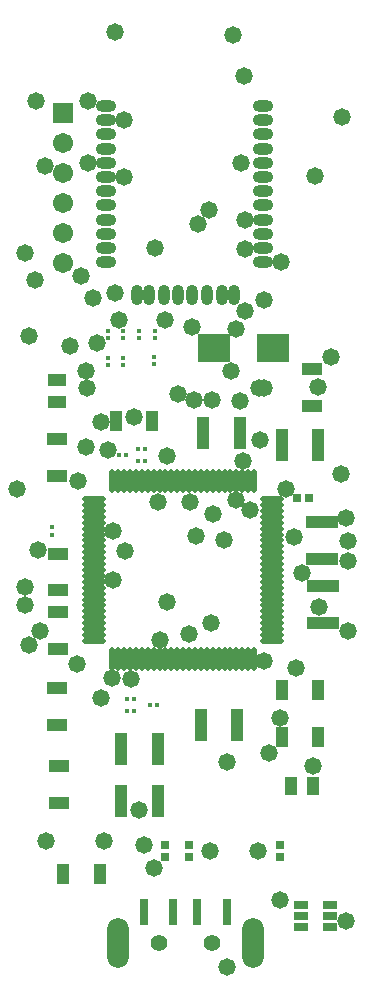
<source format=gts>
G04 Layer_Color=8388736*
%FSLAX24Y24*%
%MOIN*%
G70*
G01*
G75*
%ADD52R,0.0434X0.1064*%
%ADD53R,0.0316X0.0277*%
%ADD54R,0.0434X0.0710*%
%ADD55R,0.0513X0.0316*%
%ADD56R,0.0177X0.0177*%
%ADD57R,0.1064X0.0434*%
%ADD58R,0.0710X0.0434*%
%ADD59R,0.0177X0.0177*%
%ADD60R,0.0592X0.0434*%
%ADD61R,0.0277X0.0907*%
%ADD62O,0.0671X0.0395*%
%ADD63O,0.0395X0.0671*%
%ADD64R,0.1104X0.0946*%
%ADD65O,0.0198X0.0789*%
%ADD66O,0.0789X0.0198*%
%ADD67R,0.0434X0.0592*%
%ADD68C,0.0671*%
%ADD69R,0.0671X0.0671*%
%ADD70C,0.0552*%
%ADD71O,0.0730X0.1655*%
%ADD72C,0.0580*%
D52*
X40305Y37756D02*
D03*
X39085D02*
D03*
X42933Y37333D02*
D03*
X41713D02*
D03*
X37589Y25482D02*
D03*
X36368D02*
D03*
X37589Y27215D02*
D03*
X36368D02*
D03*
X39016Y28012D02*
D03*
X40236D02*
D03*
D53*
X42618Y35591D02*
D03*
X42224D02*
D03*
X37825Y23996D02*
D03*
Y23602D02*
D03*
X38622Y23996D02*
D03*
Y23602D02*
D03*
X41663Y23602D02*
D03*
Y23996D02*
D03*
D54*
X42933Y29173D02*
D03*
X41713D02*
D03*
X34419Y23041D02*
D03*
X35640D02*
D03*
X36171Y38130D02*
D03*
X37392D02*
D03*
X41713Y27598D02*
D03*
X42933D02*
D03*
D55*
X43327Y21270D02*
D03*
Y21644D02*
D03*
Y22018D02*
D03*
X42343D02*
D03*
Y21644D02*
D03*
Y21270D02*
D03*
D56*
X34055Y34360D02*
D03*
Y34596D02*
D03*
X35935Y40906D02*
D03*
Y41142D02*
D03*
X37470Y40915D02*
D03*
Y41152D02*
D03*
X35935Y40010D02*
D03*
Y40246D02*
D03*
X36427Y40010D02*
D03*
Y40246D02*
D03*
X37461Y40030D02*
D03*
Y40266D02*
D03*
X36427Y40906D02*
D03*
Y41142D02*
D03*
X36939Y40915D02*
D03*
Y41152D02*
D03*
D57*
X43071Y32638D02*
D03*
Y31417D02*
D03*
X43051Y34764D02*
D03*
Y33543D02*
D03*
D58*
X34252Y32500D02*
D03*
Y33720D02*
D03*
Y30561D02*
D03*
Y31781D02*
D03*
X34232Y29242D02*
D03*
Y28022D02*
D03*
X34281Y25423D02*
D03*
Y26644D02*
D03*
X34203Y36319D02*
D03*
Y37539D02*
D03*
X42736Y38652D02*
D03*
Y39872D02*
D03*
D59*
X36299Y37008D02*
D03*
X36535D02*
D03*
X36919Y36811D02*
D03*
X37156D02*
D03*
X37165Y37215D02*
D03*
X36929D02*
D03*
X36545Y28465D02*
D03*
X36781D02*
D03*
Y28868D02*
D03*
X36545D02*
D03*
X37303Y28671D02*
D03*
X37539D02*
D03*
D60*
X34213Y38780D02*
D03*
Y39528D02*
D03*
D61*
X39872Y21781D02*
D03*
X38888D02*
D03*
X38100D02*
D03*
X37116D02*
D03*
D62*
X35856Y48642D02*
D03*
Y48169D02*
D03*
Y47697D02*
D03*
Y47224D02*
D03*
Y46752D02*
D03*
Y46280D02*
D03*
Y45807D02*
D03*
Y45335D02*
D03*
Y44862D02*
D03*
Y44390D02*
D03*
Y43917D02*
D03*
Y43445D02*
D03*
X41093D02*
D03*
Y43917D02*
D03*
Y44390D02*
D03*
Y44862D02*
D03*
Y45335D02*
D03*
Y45807D02*
D03*
Y46280D02*
D03*
Y46752D02*
D03*
Y47224D02*
D03*
Y47697D02*
D03*
Y48169D02*
D03*
Y48642D02*
D03*
D63*
X39715Y42343D02*
D03*
X37274D02*
D03*
X39203D02*
D03*
X40108D02*
D03*
X38258D02*
D03*
X38730D02*
D03*
X36880D02*
D03*
X37785D02*
D03*
D64*
X39459Y40581D02*
D03*
X41427D02*
D03*
D65*
X36063Y36152D02*
D03*
X36260D02*
D03*
X36457D02*
D03*
X36654D02*
D03*
X36850D02*
D03*
X37047D02*
D03*
X37244D02*
D03*
X37441D02*
D03*
X37638D02*
D03*
X37835D02*
D03*
X38031D02*
D03*
X38228D02*
D03*
X38425D02*
D03*
X38622D02*
D03*
X38819D02*
D03*
X39016D02*
D03*
X39213D02*
D03*
X39409D02*
D03*
X39606D02*
D03*
X39803D02*
D03*
X40000D02*
D03*
X40197D02*
D03*
X40394D02*
D03*
X40591D02*
D03*
X40787D02*
D03*
Y30207D02*
D03*
X40591D02*
D03*
X40394D02*
D03*
X40197D02*
D03*
X40000D02*
D03*
X39803D02*
D03*
X39606D02*
D03*
X39409D02*
D03*
X39213D02*
D03*
X39016D02*
D03*
X38819D02*
D03*
X38622D02*
D03*
X38425D02*
D03*
X38228D02*
D03*
X38031D02*
D03*
X37835D02*
D03*
X37638D02*
D03*
X37441D02*
D03*
X37244D02*
D03*
X37047D02*
D03*
X36850D02*
D03*
X36654D02*
D03*
X36457D02*
D03*
X36260D02*
D03*
X36063D02*
D03*
D66*
X41398Y35541D02*
D03*
Y35344D02*
D03*
Y35148D02*
D03*
Y34951D02*
D03*
Y34754D02*
D03*
Y34557D02*
D03*
Y34360D02*
D03*
Y34163D02*
D03*
Y33967D02*
D03*
Y33770D02*
D03*
Y33573D02*
D03*
Y33376D02*
D03*
Y33179D02*
D03*
Y32982D02*
D03*
Y32785D02*
D03*
Y32589D02*
D03*
Y32392D02*
D03*
Y32195D02*
D03*
Y31998D02*
D03*
Y31801D02*
D03*
Y31604D02*
D03*
Y31407D02*
D03*
Y31211D02*
D03*
Y31014D02*
D03*
Y30817D02*
D03*
X35453D02*
D03*
Y31014D02*
D03*
Y31211D02*
D03*
Y31407D02*
D03*
Y31604D02*
D03*
Y31801D02*
D03*
Y31998D02*
D03*
Y32195D02*
D03*
Y32392D02*
D03*
Y32589D02*
D03*
Y32785D02*
D03*
Y32982D02*
D03*
Y33179D02*
D03*
Y33376D02*
D03*
Y33573D02*
D03*
Y33770D02*
D03*
Y33967D02*
D03*
Y34163D02*
D03*
Y34360D02*
D03*
Y34557D02*
D03*
Y34754D02*
D03*
Y34951D02*
D03*
Y35148D02*
D03*
Y35344D02*
D03*
Y35541D02*
D03*
D67*
X42008Y25984D02*
D03*
X42756D02*
D03*
D68*
X34419Y43415D02*
D03*
Y44415D02*
D03*
Y45415D02*
D03*
Y46415D02*
D03*
Y47415D02*
D03*
D69*
Y48415D02*
D03*
D70*
X39380Y20758D02*
D03*
X37608D02*
D03*
D71*
X40738D02*
D03*
X36250D02*
D03*
D72*
X43840Y21480D02*
D03*
X34870Y30060D02*
D03*
X36063Y29563D02*
D03*
X42830Y46310D02*
D03*
X35260Y48800D02*
D03*
X34929Y36147D02*
D03*
X43360Y40280D02*
D03*
X43700Y36380D02*
D03*
X43844Y34924D02*
D03*
X33860Y24130D02*
D03*
X41660Y28230D02*
D03*
X33580Y33840D02*
D03*
X37440Y23240D02*
D03*
X43930Y34160D02*
D03*
X35930Y37190D02*
D03*
X35230Y39250D02*
D03*
X40420Y36800D02*
D03*
X40200Y35510D02*
D03*
X43930Y33490D02*
D03*
X38720Y41290D02*
D03*
X38240Y39040D02*
D03*
X40090Y51020D02*
D03*
X32900Y35870D02*
D03*
X37640Y30850D02*
D03*
X33270Y30690D02*
D03*
X33480Y42860D02*
D03*
X35260Y46752D02*
D03*
X36161Y42410D02*
D03*
X41690Y43440D02*
D03*
X40348Y46752D02*
D03*
X33523Y48810D02*
D03*
X33270Y40970D02*
D03*
X41130Y42171D02*
D03*
X37600Y35450D02*
D03*
X42910Y39280D02*
D03*
X37483Y43917D02*
D03*
X35550Y40760D02*
D03*
X33640Y31140D02*
D03*
X33150Y32000D02*
D03*
X36150Y51100D02*
D03*
X37130Y24000D02*
D03*
X41666Y22178D02*
D03*
X39872Y19930D02*
D03*
X38610Y31030D02*
D03*
X33150Y32600D02*
D03*
Y43750D02*
D03*
X36280Y41500D02*
D03*
X36450Y46280D02*
D03*
X37830Y41510D02*
D03*
X39280Y45170D02*
D03*
X40498Y44862D02*
D03*
X40190Y41210D02*
D03*
X35408Y42234D02*
D03*
X35020Y42990D02*
D03*
X42756Y26640D02*
D03*
X43930Y31130D02*
D03*
X41270Y27068D02*
D03*
X39320Y23800D02*
D03*
X42130Y34280D02*
D03*
X35800Y24140D02*
D03*
X40448Y49660D02*
D03*
X40650Y35170D02*
D03*
X41850Y35880D02*
D03*
X43730Y48290D02*
D03*
X37900Y32120D02*
D03*
X39360Y31420D02*
D03*
X42940Y31950D02*
D03*
X42190Y29910D02*
D03*
X42400Y33090D02*
D03*
X35179Y37274D02*
D03*
X38860Y34320D02*
D03*
X40010Y39820D02*
D03*
X39370Y38860D02*
D03*
X35200Y39820D02*
D03*
X35680Y38100D02*
D03*
X36780Y38270D02*
D03*
X38770Y38860D02*
D03*
X40970Y37520D02*
D03*
X41110Y39256D02*
D03*
X36700Y29560D02*
D03*
X40470Y43880D02*
D03*
X38930Y44700D02*
D03*
X33820Y46660D02*
D03*
X39409Y35030D02*
D03*
X36500Y33820D02*
D03*
X34640Y40650D02*
D03*
X36100Y34470D02*
D03*
X36101Y32840D02*
D03*
X38650Y35440D02*
D03*
X37880Y36990D02*
D03*
X35688Y28910D02*
D03*
X40500Y41798D02*
D03*
X36450Y48169D02*
D03*
X40950Y39256D02*
D03*
X41130Y30130D02*
D03*
X39790Y34180D02*
D03*
X39899Y26781D02*
D03*
X40305Y38823D02*
D03*
X40930Y23800D02*
D03*
X36964Y25170D02*
D03*
M02*

</source>
